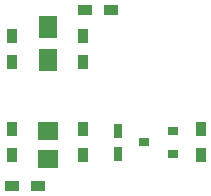
<source format=gtp>
G04 #@! TF.FileFunction,Paste,Top*
%FSLAX46Y46*%
G04 Gerber Fmt 4.6, Leading zero omitted, Abs format (unit mm)*
G04 Created by KiCad (PCBNEW 4.0.4-1.fc24-product) date Tue Aug 28 14:06:47 2018*
%MOMM*%
%LPD*%
G01*
G04 APERTURE LIST*
%ADD10C,0.100000*%
%ADD11R,1.200000X0.900000*%
%ADD12R,0.900000X1.200000*%
%ADD13R,0.750000X1.200000*%
%ADD14R,0.900000X0.800000*%
%ADD15R,1.501140X1.950720*%
%ADD16R,1.800860X1.549400*%
G04 APERTURE END LIST*
D10*
D11*
X149200000Y-104600000D03*
X147000000Y-104600000D03*
D12*
X147000000Y-94100000D03*
X147000000Y-91900000D03*
X147000000Y-99800000D03*
X147000000Y-102000000D03*
D13*
X156000000Y-101850000D03*
X156000000Y-99950000D03*
D14*
X158200000Y-100900000D03*
X160600000Y-99950000D03*
X160600000Y-101850000D03*
D12*
X153000000Y-102000000D03*
X153000000Y-99800000D03*
X163000000Y-102000000D03*
X163000000Y-99800000D03*
X153000000Y-91900000D03*
X153000000Y-94100000D03*
D11*
X155400000Y-89700000D03*
X153200000Y-89700000D03*
D15*
X150003920Y-93893402D03*
X150003920Y-91145122D03*
D16*
X150003920Y-102271302D03*
X150003920Y-99919262D03*
M02*

</source>
